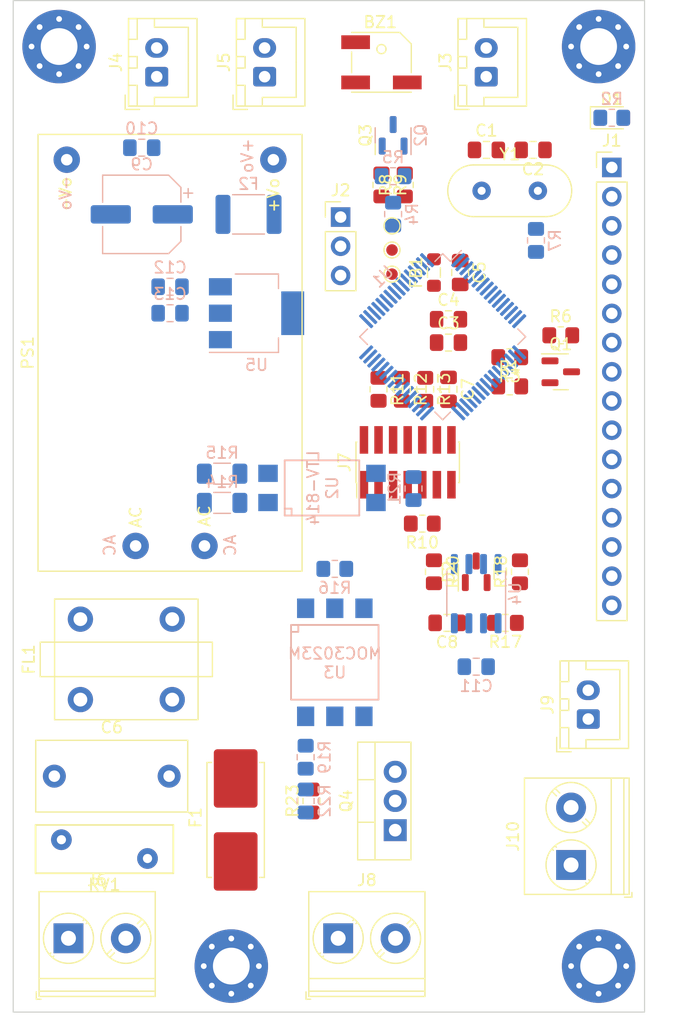
<source format=kicad_pcb>
(kicad_pcb (version 20211014) (generator pcbnew)

  (general
    (thickness 1.6)
  )

  (paper "A4")
  (layers
    (0 "F.Cu" signal)
    (31 "B.Cu" signal)
    (32 "B.Adhes" user "B.Adhesive")
    (33 "F.Adhes" user "F.Adhesive")
    (34 "B.Paste" user)
    (35 "F.Paste" user)
    (36 "B.SilkS" user "B.Silkscreen")
    (37 "F.SilkS" user "F.Silkscreen")
    (38 "B.Mask" user)
    (39 "F.Mask" user)
    (40 "Dwgs.User" user "User.Drawings")
    (41 "Cmts.User" user "User.Comments")
    (42 "Eco1.User" user "User.Eco1")
    (43 "Eco2.User" user "User.Eco2")
    (44 "Edge.Cuts" user)
    (45 "Margin" user)
    (46 "B.CrtYd" user "B.Courtyard")
    (47 "F.CrtYd" user "F.Courtyard")
    (48 "B.Fab" user)
    (49 "F.Fab" user)
    (50 "User.1" user)
    (51 "User.2" user)
    (52 "User.3" user)
    (53 "User.4" user)
    (54 "User.5" user)
    (55 "User.6" user)
    (56 "User.7" user)
    (57 "User.8" user)
    (58 "User.9" user)
  )

  (setup
    (pad_to_mask_clearance 0)
    (pcbplotparams
      (layerselection 0x00010fc_ffffffff)
      (disableapertmacros false)
      (usegerberextensions false)
      (usegerberattributes true)
      (usegerberadvancedattributes true)
      (creategerberjobfile true)
      (svguseinch false)
      (svgprecision 6)
      (excludeedgelayer true)
      (plotframeref false)
      (viasonmask false)
      (mode 1)
      (useauxorigin false)
      (hpglpennumber 1)
      (hpglpenspeed 20)
      (hpglpendiameter 15.000000)
      (dxfpolygonmode true)
      (dxfimperialunits true)
      (dxfusepcbnewfont true)
      (psnegative false)
      (psa4output false)
      (plotreference true)
      (plotvalue true)
      (plotinvisibletext false)
      (sketchpadsonfab false)
      (subtractmaskfromsilk false)
      (outputformat 1)
      (mirror false)
      (drillshape 1)
      (scaleselection 1)
      (outputdirectory "")
    )
  )

  (net 0 "")
  (net 1 "+3V3")
  (net 2 "Net-(BZ1-Pad2)")
  (net 3 "Net-(C1-Pad1)")
  (net 4 "GND")
  (net 5 "Net-(C2-Pad1)")
  (net 6 "VDDA")
  (net 7 "Net-(C6-Pad1)")
  (net 8 "Net-(C6-Pad2)")
  (net 9 "NRST")
  (net 10 "Net-(C8-Pad1)")
  (net 11 "GNDA")
  (net 12 "+12V")
  (net 13 "Net-(D1-Pad2)")
  (net 14 "THERM")
  (net 15 "Net-(F1-Pad1)")
  (net 16 "Net-(F2-Pad1)")
  (net 17 "Net-(FL1-Pad2)")
  (net 18 "Net-(FL1-Pad4)")
  (net 19 "LCD_CS")
  (net 20 "LCD_RS")
  (net 21 "LCD_WR")
  (net 22 "LCD_RD")
  (net 23 "LCD_RST")
  (net 24 "LCD_LED")
  (net 25 "Net-(J1-Pad9)")
  (net 26 "Net-(J1-Pad10)")
  (net 27 "Net-(J1-Pad11)")
  (net 28 "Net-(J1-Pad12)")
  (net 29 "Net-(J1-Pad13)")
  (net 30 "Net-(J1-Pad14)")
  (net 31 "Net-(J1-Pad15)")
  (net 32 "Net-(J1-Pad16)")
  (net 33 "LCD_SCK")
  (net 34 "LCD_MOSI")
  (net 35 "LCD_MISO")
  (net 36 "STOP")
  (net 37 "Net-(J4-Pad2)")
  (net 38 "unconnected-(J7-Pad1)")
  (net 39 "unconnected-(J7-Pad2)")
  (net 40 "Net-(J7-Pad4)")
  (net 41 "Net-(J7-Pad6)")
  (net 42 "unconnected-(J7-Pad8)")
  (net 43 "unconnected-(J7-Pad9)")
  (net 44 "unconnected-(J7-Pad10)")
  (net 45 "Net-(J7-Pad11)")
  (net 46 "Net-(J7-Pad12)")
  (net 47 "unconnected-(J7-Pad13)")
  (net 48 "unconnected-(J7-Pad14)")
  (net 49 "Net-(J8-Pad2)")
  (net 50 "Net-(J10-Pad1)")
  (net 51 "Net-(Q1-Pad1)")
  (net 52 "Net-(Q2-Pad1)")
  (net 53 "Net-(Q3-Pad1)")
  (net 54 "Net-(Q4-Pad3)")
  (net 55 "LCD_LED_CTRL")
  (net 56 "LED_STATUS")
  (net 57 "FAN_PWM")
  (net 58 "Net-(R7-Pad1)")
  (net 59 "BUZZER")
  (net 60 "SWDIO")
  (net 61 "SWCLK")
  (net 62 "Net-(R14-Pad1)")
  (net 63 "Net-(R15-Pad1)")
  (net 64 "Net-(R16-Pad1)")
  (net 65 "GATE_CONTROL")
  (net 66 "Net-(R19-Pad1)")
  (net 67 "Net-(R19-Pad2)")
  (net 68 "ZERO_CROSS")
  (net 69 "/UART_TX")
  (net 70 "/UART_RX")
  (net 71 "unconnected-(U1-Pad1)")
  (net 72 "unconnected-(U1-Pad3)")
  (net 73 "unconnected-(U1-Pad4)")
  (net 74 "unconnected-(U1-Pad5)")
  (net 75 "unconnected-(U1-Pad13)")
  (net 76 "unconnected-(U1-Pad29)")
  (net 77 "unconnected-(U1-Pad31)")
  (net 78 "unconnected-(U1-Pad32)")
  (net 79 "MAX_SCK")
  (net 80 "MAX_MISO")
  (net 81 "MAX_CS")
  (net 82 "unconnected-(U1-Pad38)")
  (net 83 "unconnected-(U1-Pad39)")
  (net 84 "unconnected-(U1-Pad40)")
  (net 85 "unconnected-(U1-Pad41)")
  (net 86 "unconnected-(U1-Pad42)")
  (net 87 "unconnected-(U1-Pad43)")
  (net 88 "unconnected-(U1-Pad44)")
  (net 89 "unconnected-(U1-Pad47)")
  (net 90 "unconnected-(U1-Pad48)")
  (net 91 "unconnected-(U1-Pad49)")
  (net 92 "unconnected-(U1-Pad50)")
  (net 93 "unconnected-(U1-Pad51)")
  (net 94 "unconnected-(U1-Pad52)")
  (net 95 "unconnected-(U1-Pad53)")
  (net 96 "unconnected-(U1-Pad58)")
  (net 97 "unconnected-(U1-Pad59)")
  (net 98 "unconnected-(U1-Pad62)")
  (net 99 "unconnected-(U1-Pad64)")
  (net 100 "unconnected-(U3-Pad5)")
  (net 101 "unconnected-(U3-Pad3)")

  (footprint "TerminalBlock_Phoenix:TerminalBlock_Phoenix_PT-1,5-2-5.0-H_1x02_P5.00mm_Horizontal" (layer "F.Cu") (at 148.598 125.202 90))

  (footprint "Resistor_SMD:R_0805_2012Metric_Pad1.20x1.40mm_HandSolder" (layer "F.Cu") (at 133.858 83.82 -90))

  (footprint "Resistor_SMD:R_0805_2012Metric_Pad1.20x1.40mm_HandSolder" (layer "F.Cu") (at 144.145 99.695 90))

  (footprint "Capacitor_SMD:C_0805_2012Metric_Pad1.18x1.45mm_HandSolder" (layer "F.Cu") (at 137.795 104.14 180))

  (footprint "Capacitor_SMD:C_0805_2012Metric_Pad1.18x1.45mm_HandSolder" (layer "F.Cu") (at 137.922 83.82 -90))

  (footprint "Resistor_SMD:R_0805_2012Metric_Pad1.20x1.40mm_HandSolder" (layer "F.Cu") (at 135.636 95.504 180))

  (footprint "Connector_PinHeader_2.54mm:PinHeader_1x16_P2.54mm_Vertical" (layer "F.Cu") (at 152.146 64.516))

  (footprint "Connector_JST:JST_XH_B2B-XH-A_1x02_P2.50mm_Vertical" (layer "F.Cu") (at 141.207 56.622 90))

  (footprint "my_additions:OSC-TH_L10.0-W4.5-P5.00" (layer "F.Cu") (at 143.256 66.548))

  (footprint "Resistor_SMD:R_0805_2012Metric_Pad1.20x1.40mm_HandSolder" (layer "F.Cu") (at 147.701 79.121))

  (footprint "Package_TO_SOT_SMD:SOT-23" (layer "F.Cu") (at 133.096 61.722 90))

  (footprint "Resistor_SMD:R_0805_2012Metric_Pad1.20x1.40mm_HandSolder" (layer "F.Cu") (at 135.89 83.82 -90))

  (footprint "MountingHole:MountingHole_3.2mm_M3_Pad_Via" (layer "F.Cu") (at 104 54))

  (footprint "Capacitor_SMD:C_0805_2012Metric_Pad1.18x1.45mm_HandSolder" (layer "F.Cu") (at 138.938 73.66 -90))

  (footprint "Capacitor_SMD:C_0805_2012Metric_Pad1.18x1.45mm_HandSolder" (layer "F.Cu") (at 137.922 79.756))

  (footprint "Connector_PinHeader_1.27mm:PinHeader_2x07_P1.27mm_Vertical_SMD" (layer "F.Cu") (at 134.366 90.17 90))

  (footprint "my_additions:Converter_ACDC_HiLink_HLK-5Mxx" (layer "F.Cu") (at 113.665 80.645 90))

  (footprint "Resistor_SMD:R_0805_2012Metric_Pad1.20x1.40mm_HandSolder" (layer "F.Cu") (at 134.112 66.039999 90))

  (footprint "Connector_PinHeader_2.54mm:PinHeader_1x03_P2.54mm_Vertical" (layer "F.Cu") (at 128.524 68.834))

  (footprint "Capacitor_SMD:C_0805_2012Metric_Pad1.18x1.45mm_HandSolder" (layer "F.Cu") (at 137.922 77.724))

  (footprint "my_additions:L_CommonMode_7x8mm" (layer "F.Cu") (at 109.855 107.315 90))

  (footprint "Package_TO_SOT_SMD:SOT-23" (layer "F.Cu") (at 147.701 82.296))

  (footprint "TestPoint:TestPoint_Pad_D1.0mm" (layer "F.Cu") (at 133 69.6))

  (footprint "Resistor_SMD:R_0805_2012Metric_Pad1.20x1.40mm_HandSolder" (layer "F.Cu") (at 136.652 99.695 -90))

  (footprint "MountingHole:MountingHole_3.2mm_M3_Pad_Via" (layer "F.Cu") (at 151 54))

  (footprint "Inductor_SMD:L_0805_2012Metric_Pad1.05x1.20mm_HandSolder" (layer "F.Cu") (at 136.652 73.66 90))

  (footprint "Connector_JST:JST_XH_B2B-XH-A_1x02_P2.50mm_Vertical" (layer "F.Cu") (at 150.096999 112.502 90))

  (footprint "TerminalBlock_Phoenix:TerminalBlock_Phoenix_PT-1,5-2-5.0-H_1x02_P5.00mm_Horizontal" (layer "F.Cu") (at 128.31 131.58))

  (footprint "Capacitor_SMD:C_0805_2012Metric_Pad1.18x1.45mm_HandSolder" (layer "F.Cu") (at 145.288 62.992 180))

  (footprint "LED_SMD:LED_0805_2012Metric_Pad1.15x1.40mm_HandSolder" (layer "F.Cu") (at 152.146 60.198))

  (footprint "TestPoint:TestPoint_Pad_D1.0mm" (layer "F.Cu") (at 133 71.7))

  (footprint "Resistor_SMD:R_0805_2012Metric_Pad1.20x1.40mm_HandSolder" (layer "F.Cu") (at 131.826 83.82 -90))

  (footprint "Package_TO_SOT_SMD:SOT-23" (layer "F.Cu") (at 140.335 99.695 90))

  (footprint "Resistor_SMD:R_0805_2012Metric_Pad1.20x1.40mm_HandSolder" (layer "F.Cu") (at 142.875 104.14 180))

  (footprint "Resistor_SMD:R_0805_2012Metric_Pad1.20x1.40mm_HandSolder" (layer "F.Cu") (at 143.256 81.026 180))

  (footprint "my_additions:Fuse_1808_0451_Holder_HandSolder" (layer "F.Cu") (at 119.38 121.285 90))

  (footprint "TerminalBlock_Phoenix:TerminalBlock_Phoenix_PT-1,5-2-5.0-H_1x02_P5.00mm_Horizontal" (layer "F.Cu") (at 104.815 131.58))

  (footprint "Resistor_SMD:R_0805_2012Metric_Pad1.20x1.40mm_HandSolder" (layer "F.Cu") (at 143.256 83.566))

  (footprint "my_additions:Buzzer_5020" (layer "F.Cu") (at 132.08 55.372))

  (footprint "Resistor_SMD:R_0805_2012Metric_Pad1.20x1.40mm_HandSolder" (layer "F.Cu") (at 125.984 119.634 90))

  (footprint "Package_TO_SOT_THT:TO-220-3_Vertical" (layer "F.Cu") (at 133.279 122.174 90))

  (footprint "TestPoint:TestPoint_Pad_D1.0mm" (layer "F.Cu") (at 133 73.8))

  (footprint "Resistor_SMD:R_0805_2012Metric_Pad1.20x1.40mm_HandSolder" (layer "F.Cu") (at 132.08 66.039999 -90))

  (footprint "Connector_JST:JST_XH_B2B-XH-A_1x02_P2.50mm_Vertical" (layer "F.Cu") (at 121.902999 56.622 90))

  (footprint "MountingHole:MountingHole_3.2mm_M3_Pad_Via" (layer "F.Cu") (at 151 134))

  (footprint "Connector_JST:JST_XH_B2B-XH-A_1x02_P2.50mm_Vertical" (layer "F.Cu") (at 112.505 56.622 90))

  (footprint "Varistor:RV_Disc_D12mm_W4.2mm_P7.5mm" (layer "F.Cu") (at 104.2 123.005))

  (footprint "MountingHole:MountingHole_3.2mm_M3_Pad_Via" (layer "F.Cu") (at 119 134))

  (footprint "Capacitor_THT:C_Rect_L13.0mm_W6.0mm_P10.00mm_FKS3_FKP3_MKS4" (layer "F.Cu") (at 103.585 117.475))

  (footprint "Capacitor_SMD:C_0805_2012Metric_Pad1.18x1.45mm_HandSolder" (layer "F.Cu") (at 141.224 62.992))

  (footprint "Resistor_SMD:R_0805_2012Metric_Pad1.20x1.40mm_HandSolder" (layer "B.Cu") (at 133.096 65.278 180))

  (footprint "Fuse:Fuse_1812_4532Metric_Pad1.30x3.40mm_HandSolder" (layer "B.Cu") (at 120.5 68.6 180))

  (footprint "my_additions:OPTO-SMD4" (layer "B.Cu") (at 126.9 92.4 90))

  (footprint "Resistor_SMD:R_0805_2012Metric_Pad1.20x1.40mm_HandSolder" (layer "B.Cu") (at 125.476 119.634 90))

  (footprint "Resistor_SMD:R_0805_2012Metric_Pad1.20x1.40mm_HandSolder" (layer "B.Cu") (at 125.476 115.824 90))

  (footprint "Resistor_SMD:R_0805_2012Metric_Pad1.20x1.40mm_HandSolder" (layer "B.Cu")
    (tedit 5F68FEEE) (tstamp 2c38bb18-b8ea-43e8-9c1d-bb5aba5743ed)
    (at 145.542 70.866 90)
    (descr "Resistor SMD 0805 (2012 Metric), square (rectangular) end terminal, IPC_7351 nominal with elongated pad for handsoldering. (Body size source: IPC-SM-782 page 72, https://www.pcb-3d.com/wordpress/wp-content/uploads/ipc-sm-782a_amendment_1_and_2.pdf), generated with kicad-footprint-generator")
    (tags "resistor handsolder")
    (property "Sheetfile" "pcb-heater.kicad_sch")
    (property "Sheetname" "")
    (path "/00000000-0000-0000-0000-000061c45261")
    (attr smd)
    (fp_text reference "R7" (at 0 1.65 90) (layer "B.SilkS")
      (effects (font (size 1 1) (thickness 0.15)) (justify mirror))
      (tstamp 4d714e0f-bbd9-4666-9d46-54633df4b55c)
    )
    (fp_text value "0" (at 0 -1.65 90) (layer "B.Fab")
      (effects (font (size 1 1) (thickness 0.15)) (justify mirror))
      (tstamp 17fbe8a3-7407-4b36-a651-73a9c32c2963)
    )
    (fp_text user "${REFERENCE}" (at 0 0 90) (layer "B.Fab")
      (effects (font (size 0.5 0.5) (thickness 0.08)) (justify mirror))
      (tstamp 2d293332-5c16-4d19-bf61-95c88eb6d0b1)
    )
    (fp_line (start -0.227064 0.735) (end 0.227064 0.735) (layer "B.SilkS") (width 0.12
... [76095 chars truncated]
</source>
